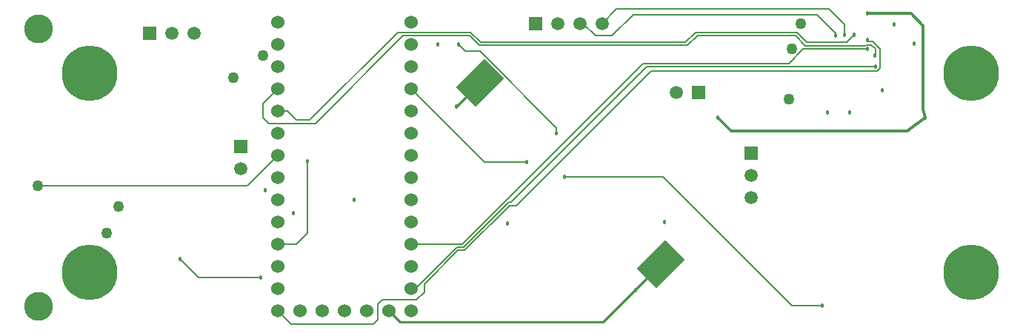
<source format=gbl>
G04*
G04 #@! TF.GenerationSoftware,Altium Limited,Altium Designer,21.9.2 (33)*
G04*
G04 Layer_Physical_Order=4*
G04 Layer_Color=16711680*
%FSLAX25Y25*%
%MOIN*%
G70*
G04*
G04 #@! TF.SameCoordinates,D22C8EEC-9F66-4CA6-A23B-34AD4F9630FA*
G04*
G04*
G04 #@! TF.FilePolarity,Positive*
G04*
G01*
G75*
%ADD12C,0.01000*%
%ADD32R,0.05906X0.05906*%
%ADD46C,0.05000*%
%ADD59C,0.00800*%
%ADD61C,0.01200*%
%ADD65C,0.00600*%
%ADD66C,0.13000*%
%ADD67C,0.06000*%
%ADD68C,0.25000*%
%ADD69C,0.05906*%
%ADD70R,0.05906X0.05906*%
%ADD71C,0.01800*%
G04:AMPARAMS|DCode=83|XSize=125.98mil|YSize=180mil|CornerRadius=0mil|HoleSize=0mil|Usage=FLASHONLY|Rotation=135.000|XOffset=0mil|YOffset=0mil|HoleType=Round|Shape=Rectangle|*
%AMROTATEDRECTD83*
4,1,4,0.10818,0.01910,-0.01910,-0.10818,-0.10818,-0.01910,0.01910,0.10818,0.10818,0.01910,0.0*
%
%ADD83ROTATEDRECTD83*%

D12*
X188000Y-34864D02*
X198432Y-24432D01*
X188000Y-35000D02*
Y-34864D01*
X157500Y-127000D02*
X162500Y-132000D01*
X254000D01*
X280000Y-106000D01*
D32*
X320500Y-56000D02*
D03*
X91000Y-53000D02*
D03*
D46*
X36000Y-80000D02*
D03*
X-500Y-70500D02*
D03*
X30500Y-92000D02*
D03*
X87500Y-22000D02*
D03*
X101000Y-12000D02*
D03*
X339000Y-9000D02*
D03*
X343000Y2500D02*
D03*
X337500Y-31500D02*
D03*
D59*
X93673Y-70500D02*
G03*
X94234Y-70266I-4J800D01*
G01*
X161727Y-1600D02*
G03*
X161167Y-1833I4J-800D01*
G01*
X121669Y-41000D02*
G03*
X122233Y-40767I0J800D01*
G01*
X-500Y-70500D02*
Y-70500D01*
X94234Y-70266D02*
X107500Y-57000D01*
X-500Y-70500D02*
X93673D01*
X121000Y-92000D02*
Y-59500D01*
X107500Y-97000D02*
X116000D01*
X121000Y-92000D01*
X63500Y-103500D02*
X72000Y-112000D01*
X100000D01*
X115843Y-41000D02*
X121669D01*
X122233Y-40767D02*
X161167Y-1833D01*
X161731Y-1600D02*
X194363D01*
X161727Y-1600D02*
X161731Y-1600D01*
X164000Y-3000D02*
X193783D01*
X103500Y-42500D02*
X124500D01*
X164000Y-3000D01*
X193783D02*
X198183Y-7400D01*
X337450Y-15500D02*
X343850Y-9100D01*
X373000D01*
X376343Y-12116D02*
X376500Y-11958D01*
Y-9000D01*
X371913Y-7500D02*
X372213Y-7200D01*
X374700D02*
X376500Y-9000D01*
X372213Y-7200D02*
X374700D01*
X345000Y-7500D02*
X371913D01*
X340500Y-3000D02*
X345000Y-7500D01*
X101000Y-40000D02*
X103500Y-42500D01*
X101000Y-40000D02*
Y-33500D01*
X107500Y-27000D01*
Y-37000D02*
X111843D01*
X115843Y-41000D01*
X341100Y-1600D02*
X345600Y-6100D01*
X363500D01*
X367000Y-2600D01*
X373000Y-5100D02*
X373700Y-5800D01*
X375280D01*
X378500Y-9020D01*
X275500Y-19000D02*
X377287D01*
X378500Y-17787D02*
Y-9020D01*
X377287Y-19000D02*
X378500Y-17787D01*
X215000Y-79500D02*
X275500Y-19000D01*
X107500Y-127000D02*
X113500Y-133000D01*
X362500Y-2600D02*
Y2000D01*
X253500Y2500D02*
X260000Y9000D01*
X355500D01*
X362500Y2000D01*
X358500Y-3100D02*
Y-2000D01*
X296375Y-3000D02*
X340500D01*
X350250Y6250D02*
X358500Y-2000D01*
X350250Y6250D02*
Y6410D01*
X194363Y-1600D02*
X198763Y-6000D01*
X198183Y-7400D02*
X291975D01*
X296375Y-3000D01*
X198763Y-6000D02*
X291000D01*
X295400Y-1600D01*
X341100D01*
X243500Y2500D02*
X245000D01*
X250500Y-3000D01*
X258000D01*
X267410Y6410D01*
X350250D01*
X273400Y-17100D02*
X376500D01*
X167500Y-117000D02*
X169520D01*
X212400Y-78100D02*
X273400Y-17100D01*
X154500Y-122000D02*
X170000D01*
X173500Y-118500D01*
Y-115000D01*
X152500Y-124000D02*
X154500Y-122000D01*
X113500Y-133000D02*
X150500D01*
X152500Y-131000D01*
Y-124000D01*
X339000Y-124500D02*
X352500D01*
X281000Y-66500D02*
X339000Y-124500D01*
X236500Y-66500D02*
X281000D01*
X167500Y-97000D02*
X190500D01*
X272000Y-15500D01*
X337450D01*
X169520Y-117000D02*
X188120Y-98400D01*
X191080D01*
X211380Y-78100D01*
X212400D01*
X173500Y-115000D02*
X188700Y-99800D01*
X191660D01*
X211960Y-79500D01*
X215000D01*
X167500Y-27000D02*
X200500Y-60000D01*
X219500D01*
D61*
X398000Y-36783D02*
G03*
X398060Y-37153I1200J5D01*
G01*
X390585Y-46000D02*
G03*
X391320Y-45749I-0J1200D01*
G01*
X391338Y-45735D02*
G03*
X391321Y-45748I716J-963D01*
G01*
X397997Y1006D02*
G03*
X397653Y1847I-1200J-0D01*
G01*
X398060Y-37153D02*
X399000Y-40000D01*
X397997Y1006D02*
X398000Y-36783D01*
X391338Y-45735D02*
X399000Y-40000D01*
X391320Y-45749D02*
X391321Y-45748D01*
X311500Y-46000D02*
X390585D01*
X397649Y1852D02*
X397653Y1847D01*
X392500Y7000D02*
X397649Y1852D01*
X373000Y7000D02*
X392500D01*
X305500Y-40000D02*
X311500Y-46000D01*
D65*
X233000Y-47000D02*
Y-44500D01*
X198500Y-10000D02*
X233000Y-44500D01*
X189000Y-7000D02*
X192000Y-10000D01*
X198500D01*
D66*
X0Y0D02*
D03*
Y-125000D02*
D03*
D67*
X127500Y-127000D02*
D03*
X107500Y3000D02*
D03*
Y-7000D02*
D03*
Y-17000D02*
D03*
Y-27000D02*
D03*
Y-37000D02*
D03*
Y-47000D02*
D03*
Y-57000D02*
D03*
Y-67000D02*
D03*
Y-77000D02*
D03*
Y-87000D02*
D03*
Y-97000D02*
D03*
Y-107000D02*
D03*
Y-117000D02*
D03*
Y-127000D02*
D03*
X117500D02*
D03*
X137500D02*
D03*
X147500D02*
D03*
X157500D02*
D03*
X167500D02*
D03*
Y-117000D02*
D03*
Y-107000D02*
D03*
Y-97000D02*
D03*
Y-87000D02*
D03*
Y-77000D02*
D03*
Y-67000D02*
D03*
Y-57000D02*
D03*
Y-47000D02*
D03*
Y-37000D02*
D03*
Y-27000D02*
D03*
Y-17000D02*
D03*
Y-7000D02*
D03*
Y3000D02*
D03*
D68*
X23000Y-20000D02*
D03*
X419500D02*
D03*
Y-109500D02*
D03*
X23000D02*
D03*
D69*
X320500Y-66000D02*
D03*
Y-76000D02*
D03*
X91000Y-63000D02*
D03*
X60000Y-2000D02*
D03*
X70000D02*
D03*
X253500Y2500D02*
D03*
X243500D02*
D03*
X233500D02*
D03*
X287000Y-28500D02*
D03*
D70*
X50000Y-2000D02*
D03*
X223500Y2500D02*
D03*
X297000Y-28500D02*
D03*
D71*
X121000Y-59500D02*
D03*
X63500Y-103500D02*
D03*
X268500Y-117500D02*
D03*
X233000Y-47000D02*
D03*
X189000Y-7000D02*
D03*
X179500D02*
D03*
X399000Y-40000D02*
D03*
X142000Y-77000D02*
D03*
X114500Y-83000D02*
D03*
X373000Y-5100D02*
D03*
Y-9100D02*
D03*
X376343Y-12116D02*
D03*
X376500Y-17100D02*
D03*
X367000Y-2600D02*
D03*
X362500D02*
D03*
X358500Y-3100D02*
D03*
X385000Y2000D02*
D03*
X365000Y-37600D02*
D03*
X379500Y-27600D02*
D03*
X394000Y-6600D02*
D03*
X355000Y-37600D02*
D03*
X373000Y7000D02*
D03*
X305500Y-40000D02*
D03*
X352500Y-124500D02*
D03*
X102000Y-72500D02*
D03*
X100000Y-112000D02*
D03*
X188000Y-35000D02*
D03*
X219500Y-60000D02*
D03*
X236500Y-66500D02*
D03*
X211000Y-87500D02*
D03*
X281500Y-87000D02*
D03*
D83*
X198432Y-24432D02*
D03*
X280000Y-106000D02*
D03*
M02*

</source>
